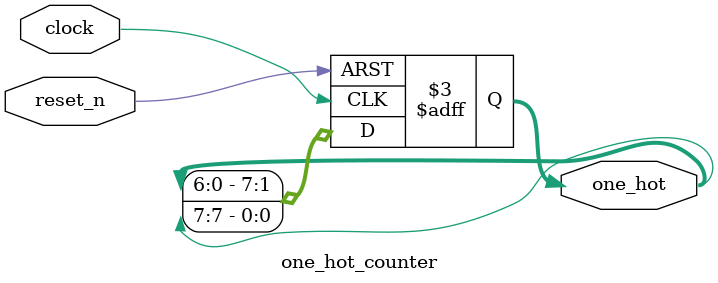
<source format=sv>
module one_hot_counter (
    input wire clock, reset_n,
    output reg [7:0] one_hot
);
    always @(posedge clock or negedge reset_n) begin
        if (!reset_n)
            one_hot <= 8'b00000001;
        else
            one_hot <= {one_hot[6:0], one_hot[7]};
    end
endmodule
</source>
